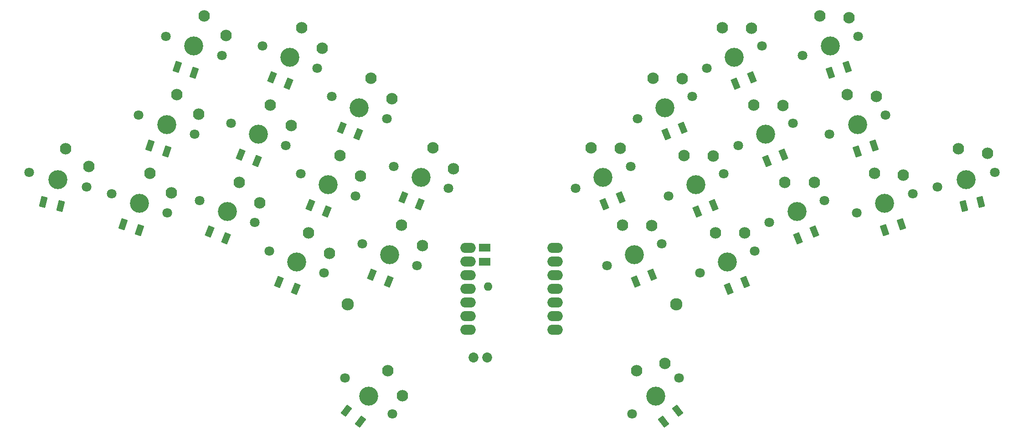
<source format=gbr>
%TF.GenerationSoftware,KiCad,Pcbnew,8.0.5*%
%TF.CreationDate,2024-09-08T16:42:39+10:00*%
%TF.ProjectId,akohekohe_min_choc,616b6f68-656b-46f6-9865-5f6d696e5f63,0.1*%
%TF.SameCoordinates,Original*%
%TF.FileFunction,Soldermask,Top*%
%TF.FilePolarity,Negative*%
%FSLAX46Y46*%
G04 Gerber Fmt 4.6, Leading zero omitted, Abs format (unit mm)*
G04 Created by KiCad (PCBNEW 8.0.5) date 2024-09-08 16:42:39*
%MOMM*%
%LPD*%
G01*
G04 APERTURE LIST*
G04 Aperture macros list*
%AMRoundRect*
0 Rectangle with rounded corners*
0 $1 Rounding radius*
0 $2 $3 $4 $5 $6 $7 $8 $9 X,Y pos of 4 corners*
0 Add a 4 corners polygon primitive as box body*
4,1,4,$2,$3,$4,$5,$6,$7,$8,$9,$2,$3,0*
0 Add four circle primitives for the rounded corners*
1,1,$1+$1,$2,$3*
1,1,$1+$1,$4,$5*
1,1,$1+$1,$6,$7*
1,1,$1+$1,$8,$9*
0 Add four rect primitives between the rounded corners*
20,1,$1+$1,$2,$3,$4,$5,0*
20,1,$1+$1,$4,$5,$6,$7,0*
20,1,$1+$1,$6,$7,$8,$9,0*
20,1,$1+$1,$8,$9,$2,$3,0*%
G04 Aperture macros list end*
%ADD10C,0.100000*%
%ADD11C,1.801800*%
%ADD12RoundRect,0.050000X0.154075X1.086858X-0.865827X0.674791X-0.154075X-1.086858X0.865827X-0.674791X0*%
%ADD13C,2.132000*%
%ADD14C,3.529000*%
%ADD15RoundRect,0.050000X0.210745X1.077305X-0.829325X0.719180X-0.210745X-1.077305X0.829325X-0.719180X0*%
%ADD16RoundRect,0.050000X0.865827X0.674791X-0.154075X1.086858X-0.865827X-0.674791X0.154075X-1.086858X0*%
%ADD17RoundRect,0.050000X0.303837X1.054838X-0.763488X0.788724X-0.303837X-1.054838X0.763488X-0.788724X0*%
%ADD18RoundRect,0.050000X0.829325X0.719180X-0.210745X1.077305X-0.829325X-0.719180X0.210745X-1.077305X0*%
%ADD19RoundRect,0.050000X-0.132475X1.089702X-1.010974X0.427705X0.132475X-1.089702X1.010974X-0.427705X0*%
%ADD20C,2.300000*%
%ADD21C,1.852600*%
%ADD22O,2.850000X1.900000*%
%ADD23RoundRect,0.050000X1.010974X0.427705X0.132475X1.089702X-1.010974X-0.427705X-0.132475X-1.089702X0*%
%ADD24O,1.600000X1.600000*%
%ADD25RoundRect,0.050000X0.763488X0.788724X-0.303837X1.054838X-0.763488X-0.788724X0.303837X-1.054838X0*%
G04 APERTURE END LIST*
D10*
%TO.C,BT1*%
X156922647Y-120415853D02*
X156922651Y-121815855D01*
X154922655Y-121815865D01*
X154922653Y-120415838D01*
X156922647Y-120415853D01*
G36*
X156922647Y-120415853D02*
G01*
X156922651Y-121815855D01*
X154922655Y-121815865D01*
X154922653Y-120415838D01*
X156922647Y-120415853D01*
G37*
X156922652Y-119214400D02*
X154922654Y-119214400D01*
X154922653Y-117814402D01*
X156922653Y-117814402D01*
X156922652Y-119214400D01*
G36*
X156922652Y-119214400D02*
G01*
X154922654Y-119214400D01*
X154922653Y-117814402D01*
X156922653Y-117814402D01*
X156922652Y-119214400D01*
G37*
%TD*%
D11*
%TO.C,S24*%
X172864601Y-107532793D03*
D12*
X178194910Y-110448322D03*
D13*
X175753933Y-100002072D03*
D14*
X177964112Y-105472457D03*
D11*
X183063623Y-103412121D03*
D13*
X181176523Y-100076121D03*
D12*
X181254610Y-109212116D03*
%TD*%
D11*
%TO.C,S14*%
X225073914Y-112085354D03*
D15*
X230244331Y-115275852D03*
D13*
X228353414Y-104716167D03*
D14*
X230274266Y-110294727D03*
D11*
X235474618Y-108504100D03*
D13*
X233764697Y-105073911D03*
D15*
X233364542Y-114201477D03*
%TD*%
D11*
%TO.C,S8*%
X115955007Y-119162757D03*
D16*
X117764020Y-124962752D03*
D13*
X123264697Y-115752708D03*
D14*
X121054518Y-121223093D03*
D11*
X126154029Y-123283429D03*
D13*
X127113944Y-119572823D03*
D16*
X120823720Y-126198958D03*
%TD*%
D11*
%TO.C,S13*%
X240078166Y-107199623D03*
D17*
X244950833Y-110828628D03*
D13*
X243987453Y-100144308D03*
D14*
X245414792Y-105869053D03*
D11*
X250751418Y-104538483D03*
D13*
X249346965Y-100972316D03*
D17*
X248152809Y-110030268D03*
%TD*%
D11*
%TO.C,S19*%
X197252516Y-85141478D03*
D12*
X202582825Y-88057007D03*
D13*
X200141848Y-77610757D03*
D14*
X202352027Y-83081142D03*
D11*
X207451538Y-81020806D03*
D13*
X205564438Y-77684806D03*
D12*
X205642525Y-86820801D03*
%TD*%
D11*
%TO.C,S21*%
X190139162Y-108912064D03*
D12*
X195469471Y-111827593D03*
D13*
X193028494Y-101381343D03*
D14*
X195238673Y-106851728D03*
D11*
X200338184Y-104791392D03*
D13*
X198451084Y-101455392D03*
D12*
X198529171Y-110591387D03*
%TD*%
D11*
%TO.C,S22*%
X184332750Y-94540724D03*
D12*
X189663059Y-97456253D03*
D13*
X187222082Y-87010003D03*
D14*
X189432261Y-92480388D03*
D11*
X194531772Y-90420052D03*
D13*
X192644672Y-87084052D03*
D12*
X192722759Y-96220047D03*
%TD*%
D11*
%TO.C,S12*%
X139035960Y-103412114D03*
D16*
X140844973Y-109212109D03*
D13*
X146345650Y-100002065D03*
D14*
X144135471Y-105472450D03*
D11*
X149234982Y-107532786D03*
D13*
X150194897Y-103822180D03*
D16*
X143904673Y-110448315D03*
%TD*%
D11*
%TO.C,S2*%
X86625021Y-108504106D03*
D18*
X88735086Y-114201486D03*
D13*
X93746214Y-104716176D03*
D14*
X91825362Y-110294736D03*
D11*
X97025703Y-112085366D03*
D13*
X97790115Y-108329602D03*
D18*
X91855297Y-115275861D03*
%TD*%
D11*
%TO.C,S7*%
X114648066Y-81020796D03*
D16*
X116457079Y-86820791D03*
D13*
X121957756Y-77610747D03*
D14*
X119747577Y-83081132D03*
D11*
X124847088Y-85141468D03*
D13*
X125807003Y-81430862D03*
D16*
X119516779Y-88056997D03*
%TD*%
D11*
%TO.C,S26*%
X183318693Y-149457963D03*
D19*
X189221970Y-150894562D03*
D13*
X184160479Y-141436030D03*
D14*
X187711188Y-146147980D03*
D11*
X192103683Y-142837997D03*
D13*
X189417466Y-140104088D03*
D19*
X191857462Y-148908569D03*
%TD*%
D20*
%TO.C,PAD1*%
X130544164Y-129101640D03*
%TD*%
D21*
%TO.C,D9*%
X153862711Y-138952131D03*
X156402711Y-138952131D03*
%TD*%
D11*
%TO.C,S5*%
X103035284Y-109763509D03*
D16*
X104844297Y-115563504D03*
D13*
X110344974Y-106353460D03*
D14*
X108134795Y-111823845D03*
D11*
X113234306Y-113884181D03*
D13*
X114194221Y-110173575D03*
D16*
X107903997Y-116799710D03*
%TD*%
D11*
%TO.C,S17*%
X208865316Y-113884168D03*
D12*
X214195625Y-116799697D03*
D13*
X211754648Y-106353447D03*
D14*
X213964827Y-111823832D03*
D11*
X219064338Y-109763496D03*
D13*
X217177238Y-106427496D03*
D12*
X217255325Y-115563491D03*
%TD*%
D22*
%TO.C,U1*%
X152854238Y-118575740D03*
X152854200Y-121115763D03*
X152854210Y-123655766D03*
X152854220Y-126195734D03*
X152854236Y-128735747D03*
X152854219Y-131275753D03*
X152854199Y-133815733D03*
X169044192Y-133815772D03*
X169044230Y-131275749D03*
X169044220Y-128735746D03*
X169044210Y-126195778D03*
X169044194Y-123655765D03*
X169044211Y-121115759D03*
X169044231Y-118575779D03*
%TD*%
D11*
%TO.C,S16*%
X214981296Y-82774287D03*
D15*
X220151713Y-85964785D03*
D13*
X218260796Y-75405100D03*
D14*
X220181648Y-80983660D03*
D11*
X225382000Y-79193033D03*
D13*
X223672079Y-75762844D03*
D15*
X223271924Y-84890410D03*
%TD*%
D11*
%TO.C,S25*%
X129995928Y-142837994D03*
D23*
X130242149Y-148908566D03*
D13*
X137939132Y-141436027D03*
D14*
X134388423Y-146147977D03*
D11*
X138780918Y-149457960D03*
D13*
X140668490Y-146122235D03*
D23*
X132877641Y-150894559D03*
%TD*%
D11*
%TO.C,S3*%
X91671322Y-93848562D03*
D18*
X93781387Y-99545942D03*
D13*
X98792515Y-90060632D03*
D14*
X96871663Y-95639192D03*
D11*
X102072004Y-97429822D03*
D13*
X102836416Y-93674058D03*
D18*
X96901598Y-100620317D03*
%TD*%
D20*
%TO.C,PAD1*%
X191554931Y-129101663D03*
%TD*%
D11*
%TO.C,S15*%
X220027601Y-97429812D03*
D15*
X225198018Y-100620310D03*
D13*
X223307101Y-90060625D03*
D14*
X225227953Y-95639185D03*
D11*
X230428305Y-93848558D03*
D13*
X228718384Y-90418369D03*
D15*
X228318229Y-99545935D03*
%TD*%
D11*
%TO.C,S20*%
X195945563Y-123283412D03*
D12*
X201275872Y-126198941D03*
D13*
X198834895Y-115752691D03*
D14*
X201045074Y-121223076D03*
D11*
X206144585Y-119162740D03*
D13*
X204257485Y-115826740D03*
D12*
X204335572Y-124962735D03*
%TD*%
D11*
%TO.C,S18*%
X203058927Y-99512833D03*
D12*
X208389236Y-102428362D03*
D13*
X205948259Y-91982112D03*
D14*
X208158438Y-97452497D03*
D11*
X213257949Y-95392161D03*
D13*
X211370849Y-92056161D03*
D12*
X211448936Y-101192156D03*
%TD*%
D11*
%TO.C,S9*%
X121761423Y-104791390D03*
D16*
X123570436Y-110591385D03*
D13*
X129071113Y-101381341D03*
D14*
X126860934Y-106851726D03*
D11*
X131960445Y-108912062D03*
D13*
X132920360Y-105201456D03*
D16*
X126630136Y-111827591D03*
%TD*%
D24*
%TO.C,*%
X156608230Y-125774724D03*
%TD*%
D11*
%TO.C,S6*%
X108841662Y-95392148D03*
D16*
X110650675Y-101192143D03*
D13*
X116151352Y-91982099D03*
D14*
X113941173Y-97452484D03*
D11*
X119040684Y-99512820D03*
D13*
X120000599Y-95802214D03*
D16*
X113710375Y-102428349D03*
%TD*%
D11*
%TO.C,S23*%
X178671000Y-121904136D03*
D12*
X184001309Y-124819665D03*
D13*
X181560332Y-114373415D03*
D14*
X183770511Y-119843800D03*
D11*
X188870022Y-117783464D03*
D13*
X186982922Y-114447464D03*
D12*
X187061009Y-123583459D03*
%TD*%
D11*
%TO.C,S10*%
X127567819Y-90420028D03*
D16*
X129376832Y-96220023D03*
D13*
X134877509Y-87009979D03*
D14*
X132667330Y-92480364D03*
D11*
X137766841Y-94540700D03*
D13*
X138726756Y-90830094D03*
D16*
X132436532Y-97456229D03*
%TD*%
D11*
%TO.C,S1*%
X71348199Y-104538469D03*
D25*
X73946808Y-110030254D03*
D13*
X78112164Y-100144294D03*
D14*
X76684825Y-105869039D03*
D11*
X82021451Y-107199609D03*
D13*
X82455605Y-103391519D03*
D25*
X77148784Y-110828597D03*
%TD*%
D11*
%TO.C,S11*%
X133229575Y-117783481D03*
D16*
X135038588Y-123583476D03*
D13*
X140539265Y-114373432D03*
D14*
X138329086Y-119843817D03*
D11*
X143428597Y-121904153D03*
D13*
X144388512Y-118193547D03*
D16*
X138098288Y-124819682D03*
%TD*%
D11*
%TO.C,S4*%
X96717617Y-79193027D03*
D18*
X98827682Y-84890407D03*
D13*
X103838810Y-75405097D03*
D14*
X101917958Y-80983657D03*
D11*
X107118299Y-82774287D03*
D13*
X107882711Y-79018523D03*
D18*
X101947893Y-85964782D03*
%TD*%
M02*

</source>
